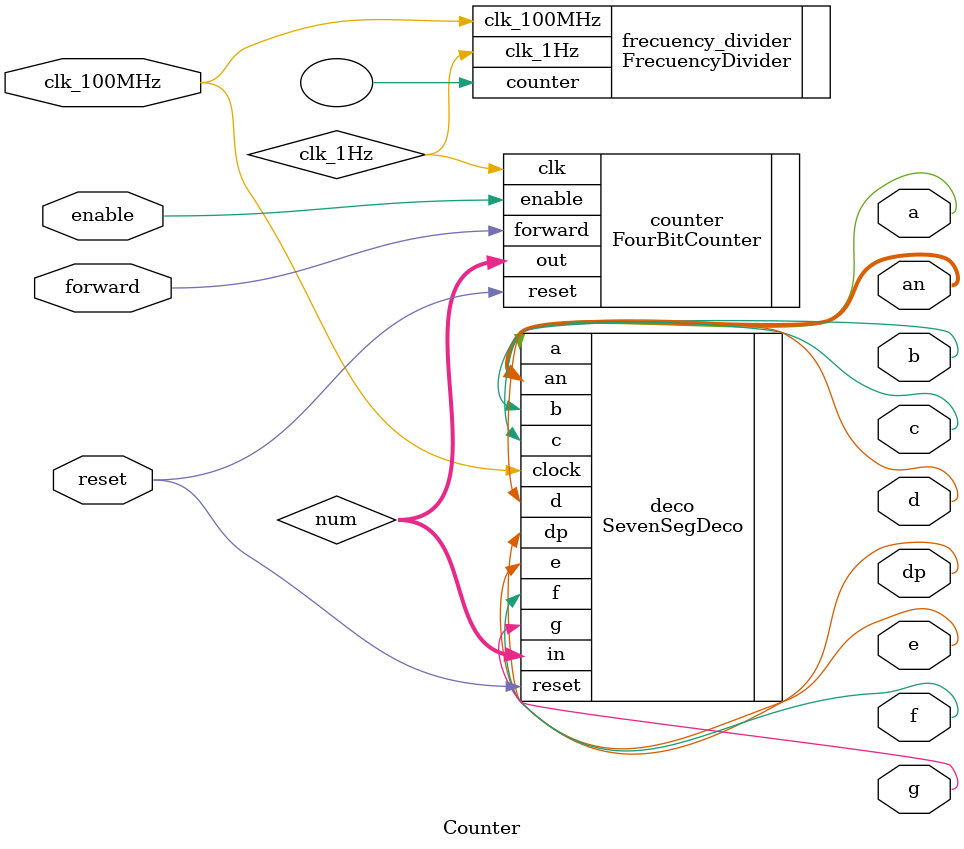
<source format=v>
`timescale 1ns / 1ps
module Counter(
	input enable, clk_100MHz, reset, forward,
	output a, b, c, d, e, f, g, dp, //the individual LED output for the seven segment along with the digital point
	output [3:0] an   // the 4 bit enable signal
   );
	
	wire clk_1Hz;
	wire [3:0]num; //number that is goint to be showed in the 7seg
	
	FrecuencyDivider frecuency_divider(
		.clk_100MHz(clk_100MHz),
		.clk_1Hz(clk_1Hz),
		.counter()
	);
	FourBitCounter counter(
		.out(num)     ,  // Output of the counter
		.enable(enable)  ,  // enable for counter
		.clk(clk_1Hz)     ,  // clock Input
		.reset(reset)   ,  // reset Input
		.forward(forward) //forward input
	);
	SevenSegDeco deco(
		.clock(clk_100MHz), 
		.reset(reset),
		.in(num),  //the 4 inputs for each display
		.a(a), 
		.b(b), 
		.c(c), 
		.d(d), 
		.e(e), 
		.f(f), 
		.g(g), 
		.dp(dp), //the individual LED output for the seven segment along with the digital point
		.an(an)   // the 4 bit enable signal
	);

endmodule

</source>
